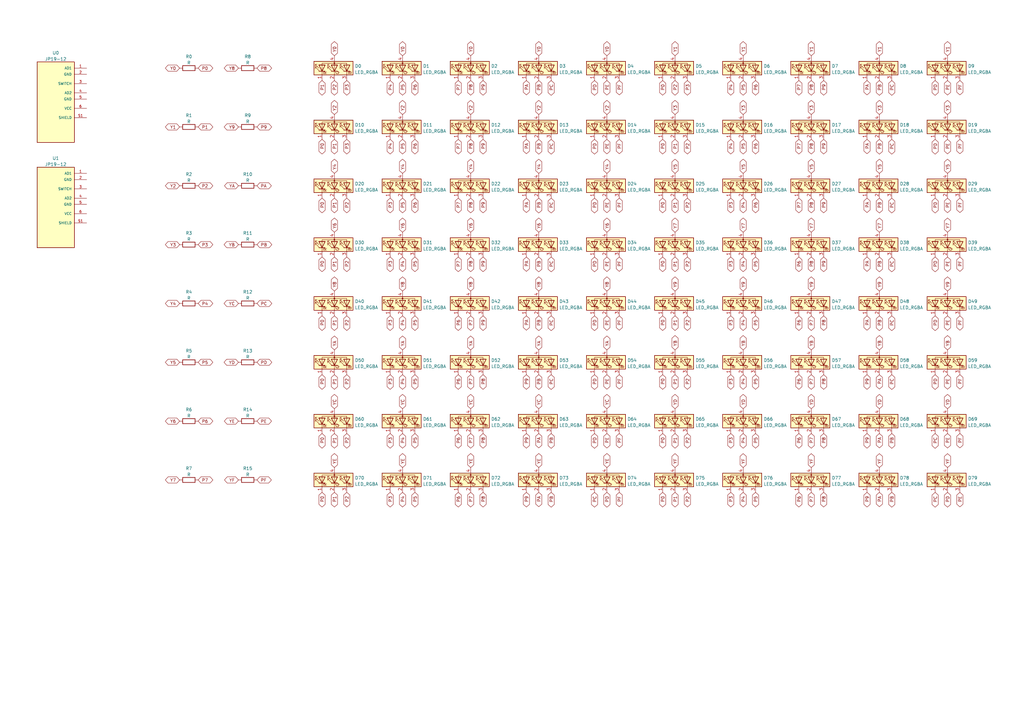
<source format=kicad_sch>
(kicad_sch (version 20211123) (generator eeschema)
  (paper "A3")
  (title_block (title "pico8t") (date "2022-12-26") (rev "A"))
  (global_label "PB" (shape tri_state) (at 365.76 177.8 270) (property "Intersheet References" "${INTERSHEET_REFS}" (effects hide)))
  (global_label "Y9" (shape bidirectional) (at 276.86 119.38 90) (property "Intersheet References" "${INTERSHEET_REFS}" (effects hide)))
  (global_label "PB" (shape tri_state) (at 360.68 105.41 270) (property "Intersheet References" "${INTERSHEET_REFS}" (effects hide)))
  (global_label "P9" (shape tri_state) (at 198.12 81.28 270) (property "Intersheet References" "${INTERSHEET_REFS}" (effects hide)))
  (global_label "PC" (shape tri_state) (at 383.54 177.8 270) (property "Intersheet References" "${INTERSHEET_REFS}" (effects hide)))
  (global_label "P4" (shape bidirectional) (at 81.28 124.46 0) (property "Intersheet References" "${INTERSHEET_REFS}" (effects hide)))
  (global_label "YD" (shape bidirectional) (at 304.8 167.64 90) (property "Intersheet References" "${INTERSHEET_REFS}" (effects hide)))
  (global_label "PF" (shape tri_state) (at 254 153.67 270) (property "Intersheet References" "${INTERSHEET_REFS}" (effects hide)))
  (global_label "PD" (shape tri_state) (at 383.54 81.28 270) (property "Intersheet References" "${INTERSHEET_REFS}" (effects hide)))
  (global_label "P3" (shape tri_state) (at 299.72 81.28 270) (property "Intersheet References" "${INTERSHEET_REFS}" (effects hide)))
  (global_label "P5" (shape tri_state) (at 170.18 153.67 270) (property "Intersheet References" "${INTERSHEET_REFS}" (effects hide)))
  (global_label "P6" (shape tri_state) (at 170.18 33.02 270) (property "Intersheet References" "${INTERSHEET_REFS}" (effects hide)))
  (global_label "P4" (shape tri_state) (at 165.1 177.8 270) (property "Intersheet References" "${INTERSHEET_REFS}" (effects hide)))
  (global_label "PD" (shape tri_state) (at 243.84 105.41 270) (property "Intersheet References" "${INTERSHEET_REFS}" (effects hide)))
  (global_label "P2" (shape tri_state) (at 137.16 33.02 270) (property "Intersheet References" "${INTERSHEET_REFS}" (effects hide)))
  (global_label "PB" (shape tri_state) (at 220.98 129.54 270) (property "Intersheet References" "${INTERSHEET_REFS}" (effects hide)))
  (global_label "PE" (shape tri_state) (at 388.62 153.67 270) (property "Intersheet References" "${INTERSHEET_REFS}" (effects hide)))
  (global_label "P7" (shape tri_state) (at 332.74 201.93 270) (property "Intersheet References" "${INTERSHEET_REFS}" (effects hide)))
  (global_label "P9" (shape tri_state) (at 355.6 153.67 270) (property "Intersheet References" "${INTERSHEET_REFS}" (effects hide)))
  (global_label "PB" (shape tri_state) (at 220.98 81.28 270) (property "Intersheet References" "${INTERSHEET_REFS}" (effects hide)))
  (global_label "Y8" (shape bidirectional) (at 248.92 119.38 90) (property "Intersheet References" "${INTERSHEET_REFS}" (effects hide)))
  (global_label "YD" (shape bidirectional) (at 360.68 167.64 90) (property "Intersheet References" "${INTERSHEET_REFS}" (effects hide)))
  (global_label "P6" (shape tri_state) (at 327.66 177.8 270) (property "Intersheet References" "${INTERSHEET_REFS}" (effects hide)))
  (global_label "PC" (shape tri_state) (at 226.06 153.67 270) (property "Intersheet References" "${INTERSHEET_REFS}" (effects hide)))
  (global_label "PC" (shape tri_state) (at 226.06 81.28 270) (property "Intersheet References" "${INTERSHEET_REFS}" (effects hide)))
  (global_label "P3" (shape tri_state) (at 160.02 201.93 270) (property "Intersheet References" "${INTERSHEET_REFS}" (effects hide)))
  (global_label "PC" (shape tri_state) (at 365.76 129.54 270) (property "Intersheet References" "${INTERSHEET_REFS}" (effects hide)))
  (global_label "P5" (shape tri_state) (at 170.18 201.93 270) (property "Intersheet References" "${INTERSHEET_REFS}" (effects hide)))
  (global_label "P7" (shape bidirectional) (at 81.28 196.85 0) (property "Intersheet References" "${INTERSHEET_REFS}" (effects hide)))
  (global_label "P1" (shape tri_state) (at 137.16 81.28 270) (property "Intersheet References" "${INTERSHEET_REFS}" (effects hide)))
  (global_label "Y7" (shape bidirectional) (at 360.68 95.25 90) (property "Intersheet References" "${INTERSHEET_REFS}" (effects hide)))
  (global_label "PB" (shape tri_state) (at 360.68 81.28 270) (property "Intersheet References" "${INTERSHEET_REFS}" (effects hide)))
  (global_label "PF" (shape tri_state) (at 393.7 177.8 270) (property "Intersheet References" "${INTERSHEET_REFS}" (effects hide)))
  (global_label "Y3" (shape bidirectional) (at 304.8 46.99 90) (property "Intersheet References" "${INTERSHEET_REFS}" (effects hide)))
  (global_label "P5" (shape tri_state) (at 309.88 105.41 270) (property "Intersheet References" "${INTERSHEET_REFS}" (effects hide)))
  (global_label "PF" (shape tri_state) (at 393.7 57.15 270) (property "Intersheet References" "${INTERSHEET_REFS}" (effects hide)))
  (global_label "P9" (shape tri_state) (at 198.12 33.02 270) (property "Intersheet References" "${INTERSHEET_REFS}" (effects hide)))
  (global_label "Y5" (shape bidirectional) (at 304.8 71.12 90) (property "Intersheet References" "${INTERSHEET_REFS}" (effects hide)))
  (global_label "YD" (shape bidirectional) (at 332.74 167.64 90) (property "Intersheet References" "${INTERSHEET_REFS}" (effects hide)))
  (global_label "Y9" (shape bidirectional) (at 360.68 119.38 90) (property "Intersheet References" "${INTERSHEET_REFS}" (effects hide)))
  (global_label "P1" (shape tri_state) (at 132.08 33.02 270) (property "Intersheet References" "${INTERSHEET_REFS}" (effects hide)))
  (global_label "YA" (shape bidirectional) (at 220.98 143.51 90) (property "Intersheet References" "${INTERSHEET_REFS}" (effects hide)))
  (global_label "P9" (shape tri_state) (at 355.6 201.93 270) (property "Intersheet References" "${INTERSHEET_REFS}" (effects hide)))
  (global_label "P6" (shape tri_state) (at 187.96 153.67 270) (property "Intersheet References" "${INTERSHEET_REFS}" (effects hide)))
  (global_label "Y6" (shape bidirectional) (at 165.1 95.25 90) (property "Intersheet References" "${INTERSHEET_REFS}" (effects hide)))
  (global_label "PD" (shape tri_state) (at 383.54 57.15 270) (property "Intersheet References" "${INTERSHEET_REFS}" (effects hide)))
  (global_label "YB" (shape bidirectional) (at 332.74 143.51 90) (property "Intersheet References" "${INTERSHEET_REFS}" (effects hide)))
  (global_label "P7" (shape tri_state) (at 327.66 57.15 270) (property "Intersheet References" "${INTERSHEET_REFS}" (effects hide)))
  (global_label "P2" (shape tri_state) (at 281.94 105.41 270) (property "Intersheet References" "${INTERSHEET_REFS}" (effects hide)))
  (global_label "P1" (shape tri_state) (at 137.16 57.15 270) (property "Intersheet References" "${INTERSHEET_REFS}" (effects hide)))
  (global_label "PD" (shape bidirectional) (at 105.41 148.59 0) (property "Intersheet References" "${INTERSHEET_REFS}" (effects hide)))
  (global_label "P0" (shape tri_state) (at 132.08 153.67 270) (property "Intersheet References" "${INTERSHEET_REFS}" (effects hide)))
  (global_label "Y6" (shape bidirectional) (at 137.16 95.25 90) (property "Intersheet References" "${INTERSHEET_REFS}" (effects hide)))
  (global_label "P5" (shape tri_state) (at 309.88 177.8 270) (property "Intersheet References" "${INTERSHEET_REFS}" (effects hide)))
  (global_label "P4" (shape tri_state) (at 304.8 153.67 270) (property "Intersheet References" "${INTERSHEET_REFS}" (effects hide)))
  (global_label "P5" (shape tri_state) (at 165.1 57.15 270) (property "Intersheet References" "${INTERSHEET_REFS}" (effects hide)))
  (global_label "Y6" (shape bidirectional) (at 248.92 95.25 90) (property "Intersheet References" "${INTERSHEET_REFS}" (effects hide)))
  (global_label "P8" (shape tri_state) (at 193.04 105.41 270) (property "Intersheet References" "${INTERSHEET_REFS}" (effects hide)))
  (global_label "PC" (shape tri_state) (at 365.76 33.02 270) (property "Intersheet References" "${INTERSHEET_REFS}" (effects hide)))
  (global_label "PD" (shape tri_state) (at 383.54 153.67 270) (property "Intersheet References" "${INTERSHEET_REFS}" (effects hide)))
  (global_label "P8" (shape tri_state) (at 337.82 153.67 270) (property "Intersheet References" "${INTERSHEET_REFS}" (effects hide)))
  (global_label "P3" (shape tri_state) (at 142.24 57.15 270) (property "Intersheet References" "${INTERSHEET_REFS}" (effects hide)))
  (global_label "PF" (shape tri_state) (at 393.7 129.54 270) (property "Intersheet References" "${INTERSHEET_REFS}" (effects hide)))
  (global_label "P3" (shape tri_state) (at 160.02 129.54 270) (property "Intersheet References" "${INTERSHEET_REFS}" (effects hide)))
  (global_label "P1" (shape tri_state) (at 276.86 201.93 270) (property "Intersheet References" "${INTERSHEET_REFS}" (effects hide)))
  (global_label "Y5" (shape bidirectional) (at 276.86 71.12 90) (property "Intersheet References" "${INTERSHEET_REFS}" (effects hide)))
  (global_label "P4" (shape tri_state) (at 165.1 129.54 270) (property "Intersheet References" "${INTERSHEET_REFS}" (effects hide)))
  (global_label "Y7" (shape bidirectional) (at 332.74 95.25 90) (property "Intersheet References" "${INTERSHEET_REFS}" (effects hide)))
  (global_label "P0" (shape tri_state) (at 271.78 81.28 270) (property "Intersheet References" "${INTERSHEET_REFS}" (effects hide)))
  (global_label "PA" (shape tri_state) (at 215.9 129.54 270) (property "Intersheet References" "${INTERSHEET_REFS}" (effects hide)))
  (global_label "YE" (shape bidirectional) (at 248.92 191.77 90) (property "Intersheet References" "${INTERSHEET_REFS}" (effects hide)))
  (global_label "YB" (shape bidirectional) (at 388.62 143.51 90) (property "Intersheet References" "${INTERSHEET_REFS}" (effects hide)))
  (global_label "P7" (shape tri_state) (at 332.74 129.54 270) (property "Intersheet References" "${INTERSHEET_REFS}" (effects hide)))
  (global_label "P1" (shape bidirectional) (at 81.28 52.07 0) (property "Intersheet References" "${INTERSHEET_REFS}" (effects hide)))
  (global_label "Y8" (shape bidirectional) (at 220.98 119.38 90) (property "Intersheet References" "${INTERSHEET_REFS}" (effects hide)))
  (global_label "PB" (shape bidirectional) (at 105.41 100.33 0) (property "Intersheet References" "${INTERSHEET_REFS}" (effects hide)))
  (global_label "P2" (shape tri_state) (at 281.94 129.54 270) (property "Intersheet References" "${INTERSHEET_REFS}" (effects hide)))
  (global_label "PB" (shape tri_state) (at 220.98 33.02 270) (property "Intersheet References" "${INTERSHEET_REFS}" (effects hide)))
  (global_label "P9" (shape tri_state) (at 337.82 57.15 270) (property "Intersheet References" "${INTERSHEET_REFS}" (effects hide)))
  (global_label "Y9" (shape bidirectional) (at 304.8 119.38 90) (property "Intersheet References" "${INTERSHEET_REFS}" (effects hide)))
  (global_label "PD" (shape tri_state) (at 243.84 129.54 270) (property "Intersheet References" "${INTERSHEET_REFS}" (effects hide)))
  (global_label "PC" (shape tri_state) (at 226.06 105.41 270) (property "Intersheet References" "${INTERSHEET_REFS}" (effects hide)))
  (global_label "PE" (shape tri_state) (at 393.7 201.93 270) (property "Intersheet References" "${INTERSHEET_REFS}" (effects hide)))
  (global_label "PA" (shape tri_state) (at 215.9 105.41 270) (property "Intersheet References" "${INTERSHEET_REFS}" (effects hide)))
  (global_label "P5" (shape tri_state) (at 170.18 177.8 270) (property "Intersheet References" "${INTERSHEET_REFS}" (effects hide)))
  (global_label "P8" (shape tri_state) (at 198.12 153.67 270) (property "Intersheet References" "${INTERSHEET_REFS}" (effects hide)))
  (global_label "PA" (shape tri_state) (at 220.98 201.93 270) (property "Intersheet References" "${INTERSHEET_REFS}" (effects hide)))
  (global_label "PA" (shape bidirectional) (at 105.41 76.2 0) (property "Intersheet References" "${INTERSHEET_REFS}" (effects hide)))
  (global_label "P1" (shape tri_state) (at 137.16 105.41 270) (property "Intersheet References" "${INTERSHEET_REFS}" (effects hide)))
  (global_label "P8" (shape tri_state) (at 193.04 81.28 270) (property "Intersheet References" "${INTERSHEET_REFS}" (effects hide)))
  (global_label "PE" (shape bidirectional) (at 105.41 172.72 0) (property "Intersheet References" "${INTERSHEET_REFS}" (effects hide)))
  (global_label "P7" (shape tri_state) (at 187.96 105.41 270) (property "Intersheet References" "${INTERSHEET_REFS}" (effects hide)))
  (global_label "Y3" (shape bidirectional) (at 276.86 46.99 90) (property "Intersheet References" "${INTERSHEET_REFS}" (effects hide)))
  (global_label "P6" (shape tri_state) (at 327.66 105.41 270) (property "Intersheet References" "${INTERSHEET_REFS}" (effects hide)))
  (global_label "P8" (shape tri_state) (at 198.12 177.8 270) (property "Intersheet References" "${INTERSHEET_REFS}" (effects hide)))
  (global_label "PF" (shape bidirectional) (at 105.41 196.85 0) (property "Intersheet References" "${INTERSHEET_REFS}" (effects hide)))
  (global_label "P9" (shape tri_state) (at 198.12 105.41 270) (property "Intersheet References" "${INTERSHEET_REFS}" (effects hide)))
  (global_label "P5" (shape tri_state) (at 304.8 57.15 270) (property "Intersheet References" "${INTERSHEET_REFS}" (effects hide)))
  (global_label "P3" (shape bidirectional) (at 81.28 100.33 0) (property "Intersheet References" "${INTERSHEET_REFS}" (effects hide)))
  (global_label "Y8" (shape bidirectional) (at 137.16 119.38 90) (property "Intersheet References" "${INTERSHEET_REFS}" (effects hide)))
  (global_label "Y0" (shape bidirectional) (at 220.98 22.86 90) (property "Intersheet References" "${INTERSHEET_REFS}" (effects hide)))
  (global_label "P4" (shape tri_state) (at 304.8 81.28 270) (property "Intersheet References" "${INTERSHEET_REFS}" (effects hide)))
  (global_label "PE" (shape tri_state) (at 248.92 81.28 270) (property "Intersheet References" "${INTERSHEET_REFS}" (effects hide)))
  (global_label "P4" (shape tri_state) (at 299.72 57.15 270) (property "Intersheet References" "${INTERSHEET_REFS}" (effects hide)))
  (global_label "YC" (shape bidirectional) (at 137.16 167.64 90) (property "Intersheet References" "${INTERSHEET_REFS}" (effects hide)))
  (global_label "PA" (shape tri_state) (at 220.98 177.8 270) (property "Intersheet References" "${INTERSHEET_REFS}" (effects hide)))
  (global_label "PB" (shape tri_state) (at 360.68 129.54 270) (property "Intersheet References" "${INTERSHEET_REFS}" (effects hide)))
  (global_label "P6" (shape tri_state) (at 327.66 201.93 270) (property "Intersheet References" "${INTERSHEET_REFS}" (effects hide)))
  (global_label "P0" (shape tri_state) (at 132.08 57.15 270) (property "Intersheet References" "${INTERSHEET_REFS}" (effects hide)))
  (global_label "P9" (shape tri_state) (at 337.82 33.02 270) (property "Intersheet References" "${INTERSHEET_REFS}" (effects hide)))
  (global_label "YF" (shape bidirectional) (at 360.68 191.77 90) (property "Intersheet References" "${INTERSHEET_REFS}" (effects hide)))
  (global_label "YE" (shape bidirectional) (at 137.16 191.77 90) (property "Intersheet References" "${INTERSHEET_REFS}" (effects hide)))
  (global_label "YC" (shape bidirectional) (at 193.04 167.64 90) (property "Intersheet References" "${INTERSHEET_REFS}" (effects hide)))
  (global_label "Y8" (shape bidirectional) (at 97.79 27.94 180) (property "Intersheet References" "${INTERSHEET_REFS}" (effects hide)))
  (global_label "PD" (shape tri_state) (at 243.84 177.8 270) (property "Intersheet References" "${INTERSHEET_REFS}" (effects hide)))
  (global_label "P4" (shape tri_state) (at 165.1 105.41 270) (property "Intersheet References" "${INTERSHEET_REFS}" (effects hide)))
  (global_label "YA" (shape bidirectional) (at 137.16 143.51 90) (property "Intersheet References" "${INTERSHEET_REFS}" (effects hide)))
  (global_label "P1" (shape tri_state) (at 276.86 129.54 270) (property "Intersheet References" "${INTERSHEET_REFS}" (effects hide)))
  (global_label "Y5" (shape bidirectional) (at 73.66 148.59 180) (property "Intersheet References" "${INTERSHEET_REFS}" (effects hide)))
  (global_label "P2" (shape tri_state) (at 142.24 105.41 270) (property "Intersheet References" "${INTERSHEET_REFS}" (effects hide)))
  (global_label "P8" (shape tri_state) (at 332.74 81.28 270) (property "Intersheet References" "${INTERSHEET_REFS}" (effects hide)))
  (global_label "P0" (shape tri_state) (at 271.78 129.54 270) (property "Intersheet References" "${INTERSHEET_REFS}" (effects hide)))
  (global_label "YA" (shape bidirectional) (at 165.1 143.51 90) (property "Intersheet References" "${INTERSHEET_REFS}" (effects hide)))
  (global_label "P3" (shape tri_state) (at 299.72 129.54 270) (property "Intersheet References" "${INTERSHEET_REFS}" (effects hide)))
  (global_label "P2" (shape tri_state) (at 142.24 177.8 270) (property "Intersheet References" "${INTERSHEET_REFS}" (effects hide)))
  (global_label "PE" (shape tri_state) (at 388.62 33.02 270) (property "Intersheet References" "${INTERSHEET_REFS}" (effects hide)))
  (global_label "P9" (shape tri_state) (at 337.82 81.28 270) (property "Intersheet References" "${INTERSHEET_REFS}" (effects hide)))
  (global_label "PA" (shape tri_state) (at 355.6 129.54 270) (property "Intersheet References" "${INTERSHEET_REFS}" (effects hide)))
  (global_label "P5" (shape tri_state) (at 309.88 153.67 270) (property "Intersheet References" "${INTERSHEET_REFS}" (effects hide)))
  (global_label "P7" (shape tri_state) (at 193.04 201.93 270) (property "Intersheet References" "${INTERSHEET_REFS}" (effects hide)))
  (global_label "PE" (shape tri_state) (at 388.62 81.28 270) (property "Intersheet References" "${INTERSHEET_REFS}" (effects hide)))
  (global_label "PD" (shape tri_state) (at 248.92 201.93 270) (property "Intersheet References" "${INTERSHEET_REFS}" (effects hide)))
  (global_label "PA" (shape tri_state) (at 215.9 33.02 270) (property "Intersheet References" "${INTERSHEET_REFS}" (effects hide)))
  (global_label "P6" (shape tri_state) (at 187.96 129.54 270) (property "Intersheet References" "${INTERSHEET_REFS}" (effects hide)))
  (global_label "P4" (shape tri_state) (at 165.1 153.67 270) (property "Intersheet References" "${INTERSHEET_REFS}" (effects hide)))
  (global_label "P9" (shape tri_state) (at 215.9 201.93 270) (property "Intersheet References" "${INTERSHEET_REFS}" (effects hide)))
  (global_label "P7" (shape tri_state) (at 327.66 33.02 270) (property "Intersheet References" "${INTERSHEET_REFS}" (effects hide)))
  (global_label "YF" (shape bidirectional) (at 276.86 191.77 90) (property "Intersheet References" "${INTERSHEET_REFS}" (effects hide)))
  (global_label "Y4" (shape bidirectional) (at 73.66 124.46 180) (property "Intersheet References" "${INTERSHEET_REFS}" (effects hide)))
  (global_label "P8" (shape tri_state) (at 332.74 57.15 270) (property "Intersheet References" "${INTERSHEET_REFS}" (effects hide)))
  (global_label "P7" (shape tri_state) (at 327.66 81.28 270) (property "Intersheet References" "${INTERSHEET_REFS}" (effects hide)))
  (global_label "P1" (shape tri_state) (at 137.16 177.8 270) (property "Intersheet References" "${INTERSHEET_REFS}" (effects hide)))
  (global_label "P1" (shape tri_state) (at 276.86 81.28 270) (property "Intersheet References" "${INTERSHEET_REFS}" (effects hide)))
  (global_label "PE" (shape tri_state) (at 388.62 57.15 270) (property "Intersheet References" "${INTERSHEET_REFS}" (effects hide)))
  (global_label "PA" (shape tri_state) (at 355.6 105.41 270) (property "Intersheet References" "${INTERSHEET_REFS}" (effects hide)))
  (global_label "P5" (shape tri_state) (at 170.18 129.54 270) (property "Intersheet References" "${INTERSHEET_REFS}" (effects hide)))
  (global_label "P4" (shape tri_state) (at 299.72 33.02 270) (property "Intersheet References" "${INTERSHEET_REFS}" (effects hide)))
  (global_label "Y7" (shape bidirectional) (at 73.66 196.85 180) (property "Intersheet References" "${INTERSHEET_REFS}" (effects hide)))
  (global_label "YE" (shape bidirectional) (at 220.98 191.77 90) (property "Intersheet References" "${INTERSHEET_REFS}" (effects hide)))
  (global_label "P8" (shape tri_state) (at 193.04 33.02 270) (property "Intersheet References" "${INTERSHEET_REFS}" (effects hide)))
  (global_label "P3" (shape tri_state) (at 299.72 201.93 270) (property "Intersheet References" "${INTERSHEET_REFS}" (effects hide)))
  (global_label "PA" (shape tri_state) (at 360.68 201.93 270) (property "Intersheet References" "${INTERSHEET_REFS}" (effects hide)))
  (global_label "Y9" (shape bidirectional) (at 97.79 52.07 180) (property "Intersheet References" "${INTERSHEET_REFS}" (effects hide)))
  (global_label "Y5" (shape bidirectional) (at 360.68 71.12 90) (property "Intersheet References" "${INTERSHEET_REFS}" (effects hide)))
  (global_label "YE" (shape bidirectional) (at 165.1 191.77 90) (property "Intersheet References" "${INTERSHEET_REFS}" (effects hide)))
  (global_label "Y0" (shape bidirectional) (at 165.1 22.86 90) (property "Intersheet References" "${INTERSHEET_REFS}" (effects hide)))
  (global_label "P7" (shape tri_state) (at 187.96 33.02 270) (property "Intersheet References" "${INTERSHEET_REFS}" (effects hide)))
  (global_label "P8" (shape tri_state) (at 193.04 57.15 270) (property "Intersheet References" "${INTERSHEET_REFS}" (effects hide)))
  (global_label "PD" (shape tri_state) (at 243.84 33.02 270) (property "Intersheet References" "${INTERSHEET_REFS}" (effects hide)))
  (global_label "PB" (shape tri_state) (at 220.98 105.41 270) (property "Intersheet References" "${INTERSHEET_REFS}" (effects hide)))
  (global_label "PC" (shape tri_state) (at 226.06 33.02 270) (property "Intersheet References" "${INTERSHEET_REFS}" (effects hide)))
  (global_label "Y4" (shape bidirectional) (at 248.92 71.12 90) (property "Intersheet References" "${INTERSHEET_REFS}" (effects hide)))
  (global_label "P0" (shape tri_state) (at 132.08 129.54 270) (property "Intersheet References" "${INTERSHEET_REFS}" (effects hide)))
  (global_label "PC" (shape tri_state) (at 383.54 201.93 270) (property "Intersheet References" "${INTERSHEET_REFS}" (effects hide)))
  (global_label "Y2" (shape bidirectional) (at 220.98 46.99 90) (property "Intersheet References" "${INTERSHEET_REFS}" (effects hide)))
  (global_label "P2" (shape tri_state) (at 142.24 129.54 270) (property "Intersheet References" "${INTERSHEET_REFS}" (effects hide)))
  (global_label "Y1" (shape bidirectional) (at 276.86 22.86 90) (property "Intersheet References" "${INTERSHEET_REFS}" (effects hide)))
  (global_label "PB" (shape tri_state) (at 360.68 57.15 270) (property "Intersheet References" "${INTERSHEET_REFS}" (effects hide)))
  (global_label "PD" (shape tri_state) (at 383.54 33.02 270) (property "Intersheet References" "${INTERSHEET_REFS}" (effects hide)))
  (global_label "P2" (shape tri_state) (at 142.24 153.67 270) (property "Intersheet References" "${INTERSHEET_REFS}" (effects hide)))
  (global_label "P4" (shape tri_state) (at 165.1 201.93 270) (property "Intersheet References" "${INTERSHEET_REFS}" (effects hide)))
  (global_label "P5" (shape tri_state) (at 309.88 201.93 270) (property "Intersheet References" "${INTERSHEET_REFS}" (effects hide)))
  (global_label "PA" (shape tri_state) (at 215.9 81.28 270) (property "Intersheet References" "${INTERSHEET_REFS}" (effects hide)))
  (global_label "P5" (shape tri_state) (at 170.18 105.41 270) (property "Intersheet References" "${INTERSHEET_REFS}" (effects hide)))
  (global_label "PA" (shape tri_state) (at 215.9 57.15 270) (property "Intersheet References" "${INTERSHEET_REFS}" (effects hide)))
  (global_label "YF" (shape bidirectional) (at 388.62 191.77 90) (property "Intersheet References" "${INTERSHEET_REFS}" (effects hide)))
  (global_label "PD" (shape tri_state) (at 243.84 57.15 270) (property "Intersheet References" "${INTERSHEET_REFS}" (effects hide)))
  (global_label "Y8" (shape bidirectional) (at 165.1 119.38 90) (property "Intersheet References" "${INTERSHEET_REFS}" (effects hide)))
  (global_label "PF" (shape tri_state) (at 254 105.41 270) (property "Intersheet References" "${INTERSHEET_REFS}" (effects hide)))
  (global_label "P2" (shape tri_state) (at 281.94 177.8 270) (property "Intersheet References" "${INTERSHEET_REFS}" (effects hide)))
  (global_label "PF" (shape tri_state) (at 254 177.8 270) (property "Intersheet References" "${INTERSHEET_REFS}" (effects hide)))
  (global_label "Y7" (shape bidirectional) (at 276.86 95.25 90) (property "Intersheet References" "${INTERSHEET_REFS}" (effects hide)))
  (global_label "PC" (shape tri_state) (at 243.84 201.93 270) (property "Intersheet References" "${INTERSHEET_REFS}" (effects hide)))
  (global_label "P2" (shape tri_state) (at 281.94 153.67 270) (property "Intersheet References" "${INTERSHEET_REFS}" (effects hide)))
  (global_label "PE" (shape tri_state) (at 248.92 177.8 270) (property "Intersheet References" "${INTERSHEET_REFS}" (effects hide)))
  (global_label "YC" (shape bidirectional) (at 97.79 124.46 180) (property "Intersheet References" "${INTERSHEET_REFS}" (effects hide)))
  (global_label "P8" (shape tri_state) (at 337.82 201.93 270) (property "Intersheet References" "${INTERSHEET_REFS}" (effects hide)))
  (global_label "PD" (shape tri_state) (at 383.54 105.41 270) (property "Intersheet References" "${INTERSHEET_REFS}" (effects hide)))
  (global_label "P7" (shape tri_state) (at 332.74 153.67 270) (property "Intersheet References" "${INTERSHEET_REFS}" (effects hide)))
  (global_label "PB" (shape tri_state) (at 220.98 57.15 270) (property "Intersheet References" "${INTERSHEET_REFS}" (effects hide)))
  (global_label "P1" (shape tri_state) (at 276.86 105.41 270) (property "Intersheet References" "${INTERSHEET_REFS}" (effects hide)))
  (global_label "P9" (shape bidirectional) (at 105.41 52.07 0) (property "Intersheet References" "${INTERSHEET_REFS}" (effects hide)))
  (global_label "YA" (shape bidirectional) (at 97.79 76.2 180) (property "Intersheet References" "${INTERSHEET_REFS}" (effects hide)))
  (global_label "P2" (shape tri_state) (at 276.86 33.02 270) (property "Intersheet References" "${INTERSHEET_REFS}" (effects hide)))
  (global_label "P0" (shape tri_state) (at 271.78 177.8 270) (property "Intersheet References" "${INTERSHEET_REFS}" (effects hide)))
  (global_label "P5" (shape tri_state) (at 165.1 33.02 270) (property "Intersheet References" "${INTERSHEET_REFS}" (effects hide)))
  (global_label "PE" (shape tri_state) (at 388.62 105.41 270) (property "Intersheet References" "${INTERSHEET_REFS}" (effects hide)))
  (global_label "P0" (shape tri_state) (at 271.78 201.93 270) (property "Intersheet References" "${INTERSHEET_REFS}" (effects hide)))
  (global_label "PF" (shape tri_state) (at 254 201.93 270) (property "Intersheet References" "${INTERSHEET_REFS}" (effects hide)))
  (global_label "Y0" (shape bidirectional) (at 137.16 22.86 90) (property "Intersheet References" "${INTERSHEET_REFS}" (effects hide)))
  (global_label "Y7" (shape bidirectional) (at 304.8 95.25 90) (property "Intersheet References" "${INTERSHEET_REFS}" (effects hide)))
  (global_label "PE" (shape tri_state) (at 248.92 105.41 270) (property "Intersheet References" "${INTERSHEET_REFS}" (effects hide)))
  (global_label "P3" (shape tri_state) (at 142.24 33.02 270) (property "Intersheet References" "${INTERSHEET_REFS}" (effects hide)))
  (global_label "P2" (shape bidirectional) (at 81.28 76.2 0) (property "Intersheet References" "${INTERSHEET_REFS}" (effects hide)))
  (global_label "PD" (shape tri_state) (at 383.54 129.54 270) (property "Intersheet References" "${INTERSHEET_REFS}" (effects hide)))
  (global_label "PA" (shape tri_state) (at 360.68 177.8 270) (property "Intersheet References" "${INTERSHEET_REFS}" (effects hide)))
  (global_label "P5" (shape bidirectional) (at 81.28 148.59 0) (property "Intersheet References" "${INTERSHEET_REFS}" (effects hide)))
  (global_label "PF" (shape tri_state) (at 254 129.54 270) (property "Intersheet References" "${INTERSHEET_REFS}" (effects hide)))
  (global_label "P0" (shape tri_state) (at 271.78 105.41 270) (property "Intersheet References" "${INTERSHEET_REFS}" (effects hide)))
  (global_label "Y6" (shape bidirectional) (at 193.04 95.25 90) (property "Intersheet References" "${INTERSHEET_REFS}" (effects hide)))
  (global_label "PF" (shape tri_state) (at 254 33.02 270) (property "Intersheet References" "${INTERSHEET_REFS}" (effects hide)))
  (global_label "Y2" (shape bidirectional) (at 137.16 46.99 90) (property "Intersheet References" "${INTERSHEET_REFS}" (effects hide)))
  (global_label "PC" (shape tri_state) (at 365.76 105.41 270) (property "Intersheet References" "${INTERSHEET_REFS}" (effects hide)))
  (global_label "P8" (shape tri_state) (at 337.82 177.8 270) (property "Intersheet References" "${INTERSHEET_REFS}" (effects hide)))
  (global_label "P7" (shape tri_state) (at 187.96 81.28 270) (property "Intersheet References" "${INTERSHEET_REFS}" (effects hide)))
  (global_label "P7" (shape tri_state) (at 193.04 177.8 270) (property "Intersheet References" "${INTERSHEET_REFS}" (effects hide)))
  (global_label "PF" (shape tri_state) (at 254 81.28 270) (property "Intersheet References" "${INTERSHEET_REFS}" (effects hide)))
  (global_label "Y1" (shape bidirectional) (at 388.62 22.86 90) (property "Intersheet References" "${INTERSHEET_REFS}" (effects hide)))
  (global_label "PE" (shape tri_state) (at 248.92 153.67 270) (property "Intersheet References" "${INTERSHEET_REFS}" (effects hide)))
  (global_label "PF" (shape tri_state) (at 393.7 105.41 270) (property "Intersheet References" "${INTERSHEET_REFS}" (effects hide)))
  (global_label "P0" (shape tri_state) (at 132.08 201.93 270) (property "Intersheet References" "${INTERSHEET_REFS}" (effects hide)))
  (global_label "P3" (shape tri_state) (at 299.72 105.41 270) (property "Intersheet References" "${INTERSHEET_REFS}" (effects hide)))
  (global_label "YB" (shape bidirectional) (at 276.86 143.51 90) (property "Intersheet References" "${INTERSHEET_REFS}" (effects hide)))
  (global_label "PD" (shape tri_state) (at 388.62 201.93 270) (property "Intersheet References" "${INTERSHEET_REFS}" (effects hide)))
  (global_label "P9" (shape tri_state) (at 198.12 57.15 270) (property "Intersheet References" "${INTERSHEET_REFS}" (effects hide)))
  (global_label "PF" (shape tri_state) (at 393.7 153.67 270) (property "Intersheet References" "${INTERSHEET_REFS}" (effects hide)))
  (global_label "P4" (shape tri_state) (at 304.8 105.41 270) (property "Intersheet References" "${INTERSHEET_REFS}" (effects hide)))
  (global_label "P3" (shape tri_state) (at 299.72 177.8 270) (property "Intersheet References" "${INTERSHEET_REFS}" (effects hide)))
  (global_label "P8" (shape tri_state) (at 198.12 201.93 270) (property "Intersheet References" "${INTERSHEET_REFS}" (effects hide)))
  (global_label "P1" (shape tri_state) (at 137.16 201.93 270) (property "Intersheet References" "${INTERSHEET_REFS}" (effects hide)))
  (global_label "P4" (shape tri_state) (at 304.8 129.54 270) (property "Intersheet References" "${INTERSHEET_REFS}" (effects hide)))
  (global_label "P3" (shape tri_state) (at 160.02 105.41 270) (property "Intersheet References" "${INTERSHEET_REFS}" (effects hide)))
  (global_label "P2" (shape tri_state) (at 142.24 81.28 270) (property "Intersheet References" "${INTERSHEET_REFS}" (effects hide)))
  (global_label "P6" (shape tri_state) (at 309.88 33.02 270) (property "Intersheet References" "${INTERSHEET_REFS}" (effects hide)))
  (global_label "PF" (shape tri_state) (at 254 57.15 270) (property "Intersheet References" "${INTERSHEET_REFS}" (effects hide)))
  (global_label "P7" (shape tri_state) (at 193.04 153.67 270) (property "Intersheet References" "${INTERSHEET_REFS}" (effects hide)))
  (global_label "PC" (shape tri_state) (at 365.76 81.28 270) (property "Intersheet References" "${INTERSHEET_REFS}" (effects hide)))
  (global_label "Y1" (shape bidirectional) (at 304.8 22.86 90) (property "Intersheet References" "${INTERSHEET_REFS}" (effects hide)))
  (global_label "P4" (shape tri_state) (at 304.8 201.93 270) (property "Intersheet References" "${INTERSHEET_REFS}" (effects hide)))
  (global_label "P8" (shape tri_state) (at 337.82 129.54 270) (property "Intersheet References" "${INTERSHEET_REFS}" (effects hide)))
  (global_label "YD" (shape bidirectional) (at 388.62 167.64 90) (property "Intersheet References" "${INTERSHEET_REFS}" (effects hide)))
  (global_label "P3" (shape tri_state) (at 160.02 153.67 270) (property "Intersheet References" "${INTERSHEET_REFS}" (effects hide)))
  (global_label "P0" (shape bidirectional) (at 81.28 27.94 0) (property "Intersheet References" "${INTERSHEET_REFS}" (effects hide)))
  (global_label "YE" (shape bidirectional) (at 97.79 172.72 180) (property "Intersheet References" "${INTERSHEET_REFS}" (effects hide)))
  (global_label "Y4" (shape bidirectional) (at 165.1 71.12 90) (property "Intersheet References" "${INTERSHEET_REFS}" (effects hide)))
  (global_label "PE" (shape tri_state) (at 248.92 57.15 270) (property "Intersheet References" "${INTERSHEET_REFS}" (effects hide)))
  (global_label "Y2" (shape bidirectional) (at 165.1 46.99 90) (property "Intersheet References" "${INTERSHEET_REFS}" (effects hide)))
  (global_label "PA" (shape tri_state) (at 360.68 153.67 270) (property "Intersheet References" "${INTERSHEET_REFS}" (effects hide)))
  (global_label "Y6" (shape bidirectional) (at 73.66 172.72 180) (property "Intersheet References" "${INTERSHEET_REFS}" (effects hide)))
  (global_label "YF" (shape bidirectional) (at 332.74 191.77 90) (property "Intersheet References" "${INTERSHEET_REFS}" (effects hide)))
  (global_label "Y5" (shape bidirectional) (at 332.74 71.12 90) (property "Intersheet References" "${INTERSHEET_REFS}" (effects hide)))
  (global_label "P7" (shape tri_state) (at 193.04 129.54 270) (property "Intersheet References" "${INTERSHEET_REFS}" (effects hide)))
  (global_label "P3" (shape tri_state) (at 160.02 81.28 270) (property "Intersheet References" "${INTERSHEET_REFS}" (effects hide)))
  (global_label "PE" (shape tri_state) (at 248.92 33.02 270) (property "Intersheet References" "${INTERSHEET_REFS}" (effects hide)))
  (global_label "P1" (shape tri_state) (at 137.16 153.67 270) (property "Intersheet References" "${INTERSHEET_REFS}" (effects hide)))
  (global_label "PA" (shape tri_state) (at 355.6 33.02 270) (property "Intersheet References" "${INTERSHEET_REFS}" (effects hide)))
  (global_label "Y2" (shape bidirectional) (at 73.66 76.2 180) (property "Intersheet References" "${INTERSHEET_REFS}" (effects hide)))
  (global_label "P2" (shape tri_state) (at 281.94 201.93 270) (property "Intersheet References" "${INTERSHEET_REFS}" (effects hide)))
  (global_label "P2" (shape tri_state) (at 281.94 57.15 270) (property "Intersheet References" "${INTERSHEET_REFS}" (effects hide)))
  (global_label "P9" (shape tri_state) (at 215.9 177.8 270) (property "Intersheet References" "${INTERSHEET_REFS}" (effects hide)))
  (global_label "P6" (shape tri_state) (at 309.88 57.15 270) (property "Intersheet References" "${INTERSHEET_REFS}" (effects hide)))
  (global_label "P3" (shape tri_state) (at 281.94 33.02 270) (property "Intersheet References" "${INTERSHEET_REFS}" (effects hide)))
  (global_label "Y0" (shape bidirectional) (at 193.04 22.86 90) (property "Intersheet References" "${INTERSHEET_REFS}" (effects hide)))
  (global_label "P5" (shape tri_state) (at 304.8 33.02 270) (property "Intersheet References" "${INTERSHEET_REFS}" (effects hide)))
  (global_label "P3" (shape tri_state) (at 160.02 177.8 270) (property "Intersheet References" "${INTERSHEET_REFS}" (effects hide)))
  (global_label "PE" (shape tri_state) (at 248.92 129.54 270) (property "Intersheet References" "${INTERSHEET_REFS}" (effects hide)))
  (global_label "P2" (shape tri_state) (at 281.94 81.28 270) (property "Intersheet References" "${INTERSHEET_REFS}" (effects hide)))
  (global_label "YB" (shape bidirectional) (at 97.79 100.33 180) (property "Intersheet References" "${INTERSHEET_REFS}" (effects hide)))
  (global_label "Y6" (shape bidirectional) (at 220.98 95.25 90) (property "Intersheet References" "${INTERSHEET_REFS}" (effects hide)))
  (global_label "Y4" (shape bidirectional) (at 193.04 71.12 90) (property "Intersheet References" "${INTERSHEET_REFS}" (effects hide)))
  (global_label "P4" (shape tri_state) (at 160.02 33.02 270) (property "Intersheet References" "${INTERSHEET_REFS}" (effects hide)))
  (global_label "P0" (shape tri_state) (at 132.08 81.28 270) (property "Intersheet References" "${INTERSHEET_REFS}" (effects hide)))
  (global_label "P6" (shape tri_state) (at 170.18 57.15 270) (property "Intersheet References" "${INTERSHEET_REFS}" (effects hide)))
  (global_label "Y2" (shape bidirectional) (at 193.04 46.99 90) (property "Intersheet References" "${INTERSHEET_REFS}" (effects hide)))
  (global_label "PC" (shape tri_state) (at 365.76 57.15 270) (property "Intersheet References" "${INTERSHEET_REFS}" (effects hide)))
  (global_label "P7" (shape tri_state) (at 187.96 57.15 270) (property "Intersheet References" "${INTERSHEET_REFS}" (effects hide)))
  (global_label "P4" (shape tri_state) (at 304.8 177.8 270) (property "Intersheet References" "${INTERSHEET_REFS}" (effects hide)))
  (global_label "PB" (shape tri_state) (at 360.68 33.02 270) (property "Intersheet References" "${INTERSHEET_REFS}" (effects hide)))
  (global_label "P0" (shape tri_state) (at 271.78 57.15 270) (property "Intersheet References" "${INTERSHEET_REFS}" (effects hide)))
  (global_label "P6" (shape tri_state) (at 327.66 129.54 270) (property "Intersheet References" "${INTERSHEET_REFS}" (effects hide)))
  (global_label "P9" (shape tri_state) (at 355.6 177.8 270) (property "Intersheet References" "${INTERSHEET_REFS}" (effects hide)))
  (global_label "YD" (shape bidirectional) (at 276.86 167.64 90) (property "Intersheet References" "${INTERSHEET_REFS}" (effects hide)))
  (global_label "P6" (shape bidirectional) (at 81.28 172.72 0) (property "Intersheet References" "${INTERSHEET_REFS}" (effects hide)))
  (global_label "YD" (shape bidirectional) (at 97.79 148.59 180) (property "Intersheet References" "${INTERSHEET_REFS}" (effects hide)))
  (global_label "Y5" (shape bidirectional) (at 388.62 71.12 90) (property "Intersheet References" "${INTERSHEET_REFS}" (effects hide)))
  (global_label "YF" (shape bidirectional) (at 304.8 191.77 90) (property "Intersheet References" "${INTERSHEET_REFS}" (effects hide)))
  (global_label "P5" (shape tri_state) (at 165.1 81.28 270) (property "Intersheet References" "${INTERSHEET_REFS}" (effects hide)))
  (global_label "PF" (shape tri_state) (at 393.7 81.28 270) (property "Intersheet References" "${INTERSHEET_REFS}" (effects hide)))
  (global_label "PB" (shape tri_state) (at 226.06 201.93 270) (property "Intersheet References" "${INTERSHEET_REFS}" (effects hide)))
  (global_label "PB" (shape tri_state) (at 220.98 153.67 270) (property "Intersheet References" "${INTERSHEET_REFS}" (effects hide)))
  (global_label "YF" (shape bidirectional) (at 97.79 196.85 180) (property "Intersheet References" "${INTERSHEET_REFS}" (effects hide)))
  (global_label "Y3" (shape bidirectional) (at 73.66 100.33 180) (property "Intersheet References" "${INTERSHEET_REFS}" (effects hide)))
  (global_label "P1" (shape tri_state) (at 276.86 177.8 270) (property "Intersheet References" "${INTERSHEET_REFS}" (effects hide)))
  (global_label "YE" (shape bidirectional) (at 193.04 191.77 90) (property "Intersheet References" "${INTERSHEET_REFS}" (effects hide)))
  (global_label "PC" (shape tri_state) (at 226.06 57.15 270) (property "Intersheet References" "${INTERSHEET_REFS}" (effects hide)))
  (global_label "Y4" (shape bidirectional) (at 220.98 71.12 90) (property "Intersheet References" "${INTERSHEET_REFS}" (effects hide)))
  (global_label "YB" (shape bidirectional) (at 304.8 143.51 90) (property "Intersheet References" "${INTERSHEET_REFS}" (effects hide)))
  (global_label "YC" (shape bidirectional) (at 220.98 167.64 90) (property "Intersheet References" "${INTERSHEET_REFS}" (effects hide)))
  (global_label "PC" (shape tri_state) (at 365.76 153.67 270) (property "Intersheet References" "${INTERSHEET_REFS}" (effects hide)))
  (global_label "YA" (shape bidirectional) (at 248.92 143.51 90) (property "Intersheet References" "${INTERSHEET_REFS}" (effects hide)))
  (global_label "P3" (shape tri_state) (at 299.72 153.67 270) (property "Intersheet References" "${INTERSHEET_REFS}" (effects hide)))
  (global_label "P6" (shape tri_state) (at 327.66 153.67 270) (property "Intersheet References" "${INTERSHEET_REFS}" (effects hide)))
  (global_label "Y9" (shape bidirectional) (at 388.62 119.38 90) (property "Intersheet References" "${INTERSHEET_REFS}" (effects hide)))
  (global_label "P1" (shape tri_state) (at 276.86 57.15 270) (property "Intersheet References" "${INTERSHEET_REFS}" (effects hide)))
  (global_label "PE" (shape tri_state) (at 388.62 129.54 270) (property "Intersheet References" "${INTERSHEET_REFS}" (effects hide)))
  (global_label "P4" (shape tri_state) (at 160.02 57.15 270) (property "Intersheet References" "${INTERSHEET_REFS}" (effects hide)))
  (global_label "Y3" (shape bidirectional) (at 388.62 46.99 90) (property "Intersheet References" "${INTERSHEET_REFS}" (effects hide)))
  (global_label "Y2" (shape bidirectional) (at 248.92 46.99 90) (property "Intersheet References" "${INTERSHEET_REFS}" (effects hide)))
  (global_label "PD" (shape tri_state) (at 243.84 81.28 270) (property "Intersheet References" "${INTERSHEET_REFS}" (effects hide)))
  (global_label "YA" (shape bidirectional) (at 193.04 143.51 90) (property "Intersheet References" "${INTERSHEET_REFS}" (effects hide)))
  (global_label "PE" (shape tri_state) (at 388.62 177.8 270) (property "Intersheet References" "${INTERSHEET_REFS}" (effects hide)))
  (global_label "P2" (shape tri_state) (at 142.24 201.93 270) (property "Intersheet References" "${INTERSHEET_REFS}" (effects hide)))
  (global_label "P8" (shape bidirectional) (at 105.41 27.94 0) (property "Intersheet References" "${INTERSHEET_REFS}" (effects hide)))
  (global_label "P0" (shape tri_state) (at 271.78 33.02 270) (property "Intersheet References" "${INTERSHEET_REFS}" (effects hide)))
  (global_label "P0" (shape tri_state) (at 132.08 105.41 270) (property "Intersheet References" "${INTERSHEET_REFS}" (effects hide)))
  (global_label "PB" (shape tri_state) (at 226.06 177.8 270) (property "Intersheet References" "${INTERSHEET_REFS}" (effects hide)))
  (global_label "PA" (shape tri_state) (at 355.6 57.15 270) (property "Intersheet References" "${INTERSHEET_REFS}" (effects hide)))
  (global_label "P7" (shape tri_state) (at 332.74 177.8 270) (property "Intersheet References" "${INTERSHEET_REFS}" (effects hide)))
  (global_label "YC" (shape bidirectional) (at 165.1 167.64 90) (property "Intersheet References" "${INTERSHEET_REFS}" (effects hide)))
  (global_label "PA" (shape tri_state) (at 355.6 81.28 270) (property "Intersheet References" "${INTERSHEET_REFS}" (effects hide)))
  (global_label "PB" (shape tri_state) (at 365.76 201.93 270) (property "Intersheet References" "${INTERSHEET_REFS}" (effects hide)))
  (global_label "P6" (shape tri_state) (at 170.18 81.28 270) (property "Intersheet References" "${INTERSHEET_REFS}" (effects hide)))
  (global_label "PC" (shape bidirectional) (at 105.41 124.46 0) (property "Intersheet References" "${INTERSHEET_REFS}" (effects hide)))
  (global_label "Y4" (shape bidirectional) (at 137.16 71.12 90) (property "Intersheet References" "${INTERSHEET_REFS}" (effects hide)))
  (global_label "P0" (shape tri_state) (at 271.78 153.67 270) (property "Intersheet References" "${INTERSHEET_REFS}" (effects hide)))
  (global_label "P9" (shape tri_state) (at 337.82 105.41 270) (property "Intersheet References" "${INTERSHEET_REFS}" (effects hide)))
  (global_label "Y0" (shape bidirectional) (at 73.66 27.94 180) (property "Intersheet References" "${INTERSHEET_REFS}" (effects hide)))
  (global_label "P6" (shape tri_state) (at 309.88 81.28 270) (property "Intersheet References" "${INTERSHEET_REFS}" (effects hide)))
  (global_label "PC" (shape tri_state) (at 226.06 129.54 270) (property "Intersheet References" "${INTERSHEET_REFS}" (effects hide)))
  (global_label "Y7" (shape bidirectional) (at 388.62 95.25 90) (property "Intersheet References" "${INTERSHEET_REFS}" (effects hide)))
  (global_label "Y1" (shape bidirectional) (at 73.66 52.07 180) (property "Intersheet References" "${INTERSHEET_REFS}" (effects hide)))
  (global_label "P8" (shape tri_state) (at 332.74 105.41 270) (property "Intersheet References" "${INTERSHEET_REFS}" (effects hide)))
  (global_label "Y0" (shape bidirectional) (at 248.92 22.86 90) (property "Intersheet References" "${INTERSHEET_REFS}" (effects hide)))
  (global_label "P6" (shape tri_state) (at 187.96 201.93 270) (property "Intersheet References" "${INTERSHEET_REFS}" (effects hide)))
  (global_label "P1" (shape tri_state) (at 276.86 153.67 270) (property "Intersheet References" "${INTERSHEET_REFS}" (effects hide)))
  (global_label "Y1" (shape bidirectional) (at 360.68 22.86 90) (property "Intersheet References" "${INTERSHEET_REFS}" (effects hide)))
  (global_label "Y9" (shape bidirectional) (at 332.74 119.38 90) (property "Intersheet References" "${INTERSHEET_REFS}" (effects hide)))
  (global_label "PF" (shape tri_state) (at 393.7 33.02 270) (property "Intersheet References" "${INTERSHEET_REFS}" (effects hide)))
  (global_label "Y1" (shape bidirectional) (at 332.74 22.86 90) (property "Intersheet References" "${INTERSHEET_REFS}" (effects hide)))
  (global_label "P0" (shape tri_state) (at 132.08 177.8 270) (property "Intersheet References" "${INTERSHEET_REFS}" (effects hide)))
  (global_label "P1" (shape tri_state) (at 137.16 129.54 270) (property "Intersheet References" "${INTERSHEET_REFS}" (effects hide)))
  (global_label "Y3" (shape bidirectional) (at 360.68 46.99 90) (property "Intersheet References" "${INTERSHEET_REFS}" (effects hide)))
  (global_label "P6" (shape tri_state) (at 187.96 177.8 270) (property "Intersheet References" "${INTERSHEET_REFS}" (effects hide)))
  (global_label "PD" (shape tri_state) (at 243.84 153.67 270) (property "Intersheet References" "${INTERSHEET_REFS}" (effects hide)))
  (global_label "Y8" (shape bidirectional) (at 193.04 119.38 90) (property "Intersheet References" "${INTERSHEET_REFS}" (effects hide)))
  (global_label "Y3" (shape bidirectional) (at 332.74 46.99 90) (property "Intersheet References" "${INTERSHEET_REFS}" (effects hide)))
  (global_label "YB" (shape bidirectional) (at 360.68 143.51 90) (property "Intersheet References" "${INTERSHEET_REFS}" (effects hide)))
  (global_label "P9" (shape tri_state) (at 215.9 153.67 270) (property "Intersheet References" "${INTERSHEET_REFS}" (effects hide)))
  (global_label "P8" (shape tri_state) (at 332.74 33.02 270) (property "Intersheet References" "${INTERSHEET_REFS}" (effects hide)))
  (global_label "P5" (shape tri_state) (at 309.88 129.54 270) (property "Intersheet References" "${INTERSHEET_REFS}" (effects hide)))
  (global_label "P9" (shape tri_state) (at 198.12 129.54 270) (property "Intersheet References" "${INTERSHEET_REFS}" (effects hide)))
  (global_label "YC" (shape bidirectional) (at 248.92 167.64 90) (property "Intersheet References" "${INTERSHEET_REFS}" (effects hide)))
  (symbol (lib_id "Device:R") (at 77.47 172.72 90) (unit 1)
    (property "Reference" "R6" (at 77.47 168.0042 90))
    (property "Value" "R" (at 77.47 170.5411 90))
    (property "Footprint" "Resistor_SMD:R_0603_1608Metric_Pad0.98x0.95mm_HandSolder" (effects hide))
  )
  (symbol (lib_id "Device:LED_RGBA") (at 304.8 124.46 90) (unit 1)
    (property "Reference" "D46" (at 313.182 123.6253 90) (effects (justify right)))
    (property "Value" "LED_RGBA" (at 313.182 126.1622 90) (effects (justify right)))
    (property "Footprint" "Library:RGB_LED" (effects hide))
  )
  (symbol (lib_id "Device:LED_RGBA") (at 360.68 100.33 90) (unit 1)
    (property "Reference" "D38" (at 369.062 99.4953 90) (effects (justify right)))
    (property "Value" "LED_RGBA" (at 369.062 102.0322 90) (effects (justify right)))
    (property "Footprint" "Library:RGB_LED" (effects hide))
  )
  (symbol (lib_id "Device:LED_RGBA") (at 360.68 172.72 90) (unit 1)
    (property "Reference" "D68" (at 369.062 171.8853 90) (effects (justify right)))
    (property "Value" "LED_RGBA" (at 369.062 174.4222 90) (effects (justify right)))
    (property "Footprint" "Library:RGB_LED" (effects hide))
  )
  (symbol (lib_id "Device:LED_RGBA") (at 193.04 100.33 90) (unit 1)
    (property "Reference" "D32" (at 201.422 99.4953 90) (effects (justify right)))
    (property "Value" "LED_RGBA" (at 201.422 102.0322 90) (effects (justify right)))
    (property "Footprint" "Library:RGB_LED" (effects hide))
  )
  (symbol (lib_id "Device:LED_RGBA") (at 388.62 52.07 90) (unit 1)
    (property "Reference" "D19" (at 397.002 51.2353 90) (effects (justify right)))
    (property "Value" "LED_RGBA" (at 397.002 53.7722 90) (effects (justify right)))
    (property "Footprint" "Library:RGB_LED" (effects hide))
  )
  (symbol (lib_id "Device:LED_RGBA") (at 360.68 76.2 90) (unit 1)
    (property "Reference" "D28" (at 369.062 75.3653 90) (effects (justify right)))
    (property "Value" "LED_RGBA" (at 369.062 77.9022 90) (effects (justify right)))
    (property "Footprint" "Library:RGB_LED" (effects hide))
  )
  (symbol (lib_id "Device:LED_RGBA") (at 220.98 52.07 90) (unit 1)
    (property "Reference" "D13" (at 229.362 51.2353 90) (effects (justify right)))
    (property "Value" "LED_RGBA" (at 229.362 53.7722 90) (effects (justify right)))
    (property "Footprint" "Library:RGB_LED" (effects hide))
  )
  (symbol (lib_id "Device:R") (at 101.6 148.59 90) (unit 1)
    (property "Reference" "R13" (at 101.6 143.8742 90))
    (property "Value" "R" (at 101.6 146.4111 90))
    (property "Footprint" "Resistor_SMD:R_0603_1608Metric_Pad0.98x0.95mm_HandSolder" (effects hide))
  )
  (symbol (lib_id "Device:LED_RGBA") (at 165.1 27.94 90) (unit 1)
    (property "Reference" "D1" (at 173.482 27.1053 90) (effects (justify right)))
    (property "Value" "LED_RGBA" (at 173.482 29.6422 90) (effects (justify right)))
    (property "Footprint" "Library:RGB_LED" (effects hide))
  )
  (symbol (lib_id "Device:LED_RGBA") (at 248.92 100.33 90) (unit 1)
    (property "Reference" "D34" (at 257.302 99.4953 90) (effects (justify right)))
    (property "Value" "LED_RGBA" (at 257.302 102.0322 90) (effects (justify right)))
    (property "Footprint" "Library:RGB_LED" (effects hide))
  )
  (symbol (lib_id "Device:LED_RGBA") (at 220.98 148.59 90) (unit 1)
    (property "Reference" "D53" (at 229.362 147.7553 90) (effects (justify right)))
    (property "Value" "LED_RGBA" (at 229.362 150.2922 90) (effects (justify right)))
    (property "Footprint" "Library:RGB_LED" (effects hide))
  )
  (symbol (lib_id "Device:LED_RGBA") (at 388.62 100.33 90) (unit 1)
    (property "Reference" "D39" (at 397.002 99.4953 90) (effects (justify right)))
    (property "Value" "LED_RGBA" (at 397.002 102.0322 90) (effects (justify right)))
    (property "Footprint" "Library:RGB_LED" (effects hide))
  )
  (symbol (lib_id "Device:LED_RGBA") (at 220.98 27.94 90) (unit 1)
    (property "Reference" "D3" (at 229.362 27.1053 90) (effects (justify right)))
    (property "Value" "LED_RGBA" (at 229.362 29.6422 90) (effects (justify right)))
    (property "Footprint" "Library:RGB_LED" (effects hide))
  )
  (symbol (lib_id "Device:R") (at 77.47 100.33 90) (unit 1)
    (property "Reference" "R3" (at 77.47 95.6142 90))
    (property "Value" "R" (at 77.47 98.1511 90))
    (property "Footprint" "Resistor_SMD:R_0603_1608Metric_Pad0.98x0.95mm_HandSolder" (effects hide))
  )
  (symbol (lib_id "Device:R") (at 101.6 124.46 90) (unit 1)
    (property "Reference" "R12" (at 101.6 119.7442 90))
    (property "Value" "R" (at 101.6 122.2811 90))
    (property "Footprint" "Resistor_SMD:R_0603_1608Metric_Pad0.98x0.95mm_HandSolder" (effects hide))
  )
  (symbol (lib_id "Device:LED_RGBA") (at 137.16 148.59 90) (unit 1)
    (property "Reference" "D50" (at 145.542 147.7553 90) (effects (justify right)))
    (property "Value" "LED_RGBA" (at 145.542 150.2922 90) (effects (justify right)))
    (property "Footprint" "Library:RGB_LED" (effects hide))
  )
  (symbol (lib_id "Device:R") (at 101.6 27.94 90) (unit 1)
    (property "Reference" "R8" (at 101.6 23.2242 90))
    (property "Value" "R" (at 101.6 25.7611 90))
    (property "Footprint" "Resistor_SMD:R_0603_1608Metric_Pad0.98x0.95mm_HandSolder" (effects hide))
  )
  (symbol (lib_id "Device:LED_RGBA") (at 137.16 172.72 90) (unit 1)
    (property "Reference" "D60" (at 145.542 171.8853 90) (effects (justify right)))
    (property "Value" "LED_RGBA" (at 145.542 174.4222 90) (effects (justify right)))
    (property "Footprint" "Library:RGB_LED" (effects hide))
  )
  (symbol (lib_id "Device:R") (at 77.47 148.59 90) (unit 1)
    (property "Reference" "R5" (at 77.47 143.8742 90))
    (property "Value" "R" (at 77.47 146.4111 90))
    (property "Footprint" "Resistor_SMD:R_0603_1608Metric_Pad0.98x0.95mm_HandSolder" (effects hide))
  )
  (symbol (lib_id "Device:LED_RGBA") (at 193.04 124.46 90) (unit 1)
    (property "Reference" "D42" (at 201.422 123.6253 90) (effects (justify right)))
    (property "Value" "LED_RGBA" (at 201.422 126.1622 90) (effects (justify right)))
    (property "Footprint" "Library:RGB_LED" (effects hide))
  )
  (symbol (lib_id "Device:LED_RGBA") (at 388.62 196.85 90) (unit 1)
    (property "Reference" "D79" (at 397.002 196.0153 90) (effects (justify right)))
    (property "Value" "LED_RGBA" (at 397.002 198.5522 90) (effects (justify right)))
    (property "Footprint" "Library:RGB_LED" (effects hide))
  )
  (symbol (lib_id "Device:LED_RGBA") (at 220.98 100.33 90) (unit 1)
    (property "Reference" "D33" (at 229.362 99.4953 90) (effects (justify right)))
    (property "Value" "LED_RGBA" (at 229.362 102.0322 90) (effects (justify right)))
    (property "Footprint" "Library:RGB_LED" (effects hide))
  )
  (symbol (lib_id "Device:LED_RGBA") (at 276.86 172.72 90) (unit 1)
    (property "Reference" "D65" (at 285.242 171.8853 90) (effects (justify right)))
    (property "Value" "LED_RGBA" (at 285.242 174.4222 90) (effects (justify right)))
    (property "Footprint" "Library:RGB_LED" (effects hide))
  )
  (symbol (lib_id "Device:R") (at 77.47 76.2 90) (unit 1)
    (property "Reference" "R2" (at 77.47 71.4842 90))
    (property "Value" "R" (at 77.47 74.0211 90))
    (property "Footprint" "Resistor_SMD:R_0603_1608Metric_Pad0.98x0.95mm_HandSolder" (effects hide))
  )
  (symbol (lib_id "Device:R") (at 101.6 76.2 90) (unit 1)
    (property "Reference" "R10" (at 101.6 71.4842 90))
    (property "Value" "R" (at 101.6 74.0211 90))
    (property "Footprint" "Resistor_SMD:R_0603_1608Metric_Pad0.98x0.95mm_HandSolder" (effects hide))
  )
  (symbol (lib_id "Device:LED_RGBA") (at 165.1 196.85 90) (unit 1)
    (property "Reference" "D71" (at 173.482 196.0153 90) (effects (justify right)))
    (property "Value" "LED_RGBA" (at 173.482 198.5522 90) (effects (justify right)))
    (property "Footprint" "Library:RGB_LED" (effects hide))
  )
  (symbol (lib_id "Device:R") (at 101.6 52.07 90) (unit 1)
    (property "Reference" "R9" (at 101.6 47.3542 90))
    (property "Value" "R" (at 101.6 49.8911 90))
    (property "Footprint" "Resistor_SMD:R_0603_1608Metric_Pad0.98x0.95mm_HandSolder" (effects hide))
  )
  (symbol (lib_id "Device:LED_RGBA") (at 388.62 76.2 90) (unit 1)
    (property "Reference" "D29" (at 397.002 75.3653 90) (effects (justify right)))
    (property "Value" "LED_RGBA" (at 397.002 77.9022 90) (effects (justify right)))
    (property "Footprint" "Library:RGB_LED" (effects hide))
  )
  (symbol (lib_id "Device:LED_RGBA") (at 165.1 172.72 90) (unit 1)
    (property "Reference" "D61" (at 173.482 171.8853 90) (effects (justify right)))
    (property "Value" "LED_RGBA" (at 173.482 174.4222 90) (effects (justify right)))
    (property "Footprint" "Library:RGB_LED" (effects hide))
  )
  (symbol (lib_id "Device:LED_RGBA") (at 332.74 172.72 90) (unit 1)
    (property "Reference" "D67" (at 341.122 171.8853 90) (effects (justify right)))
    (property "Value" "LED_RGBA" (at 341.122 174.4222 90) (effects (justify right)))
    (property "Footprint" "Library:RGB_LED" (effects hide))
  )
  (symbol (lib_id "Device:LED_RGBA") (at 276.86 76.2 90) (unit 1)
    (property "Reference" "D25" (at 285.242 75.3653 90) (effects (justify right)))
    (property "Value" "LED_RGBA" (at 285.242 77.9022 90) (effects (justify right)))
    (property "Footprint" "Library:RGB_LED" (effects hide))
  )
  (symbol (lib_id "Device:LED_RGBA") (at 193.04 52.07 90) (unit 1)
    (property "Reference" "D12" (at 201.422 51.2353 90) (effects (justify right)))
    (property "Value" "LED_RGBA" (at 201.422 53.7722 90) (effects (justify right)))
    (property "Footprint" "Library:RGB_LED" (effects hide))
  )
  (symbol (lib_id "Device:LED_RGBA") (at 332.74 52.07 90) (unit 1)
    (property "Reference" "D17" (at 341.122 51.2353 90) (effects (justify right)))
    (property "Value" "LED_RGBA" (at 341.122 53.7722 90) (effects (justify right)))
    (property "Footprint" "Library:RGB_LED" (effects hide))
  )
  (symbol (lib_id "Device:LED_RGBA") (at 165.1 148.59 90) (unit 1)
    (property "Reference" "D51" (at 173.482 147.7553 90) (effects (justify right)))
    (property "Value" "LED_RGBA" (at 173.482 150.2922 90) (effects (justify right)))
    (property "Footprint" "Library:RGB_LED" (effects hide))
  )
  (symbol (lib_id "Device:LED_RGBA") (at 137.16 124.46 90) (unit 1)
    (property "Reference" "D40" (at 145.542 123.6253 90) (effects (justify right)))
    (property "Value" "LED_RGBA" (at 145.542 126.1622 90) (effects (justify right)))
    (property "Footprint" "Library:RGB_LED" (effects hide))
  )
  (symbol (lib_id "Device:LED_RGBA") (at 248.92 76.2 90) (unit 1)
    (property "Reference" "D24" (at 257.302 75.3653 90) (effects (justify right)))
    (property "Value" "LED_RGBA" (at 257.302 77.9022 90) (effects (justify right)))
    (property "Footprint" "Library:RGB_LED" (effects hide))
  )
  (symbol (lib_id "Device:LED_RGBA") (at 248.92 27.94 90) (unit 1)
    (property "Reference" "D4" (at 257.302 27.1053 90) (effects (justify right)))
    (property "Value" "LED_RGBA" (at 257.302 29.6422 90) (effects (justify right)))
    (property "Footprint" "Library:RGB_LED" (effects hide))
  )
  (symbol (lib_id "Device:LED_RGBA") (at 276.86 196.85 90) (unit 1)
    (property "Reference" "D75" (at 285.242 196.0153 90) (effects (justify right)))
    (property "Value" "LED_RGBA" (at 285.242 198.5522 90) (effects (justify right)))
    (property "Footprint" "Library:RGB_LED" (effects hide))
  )
  (symbol (lib_id "Device:LED_RGBA") (at 137.16 76.2 90) (unit 1)
    (property "Reference" "D20" (at 145.542 75.3653 90) (effects (justify right)))
    (property "Value" "LED_RGBA" (at 145.542 77.9022 90) (effects (justify right)))
    (property "Footprint" "Library:RGB_LED" (effects hide))
  )
  (symbol (lib_id "Device:R") (at 77.47 124.46 90) (unit 1)
    (property "Reference" "R4" (at 77.47 119.7442 90))
    (property "Value" "R" (at 77.47 122.2811 90))
    (property "Footprint" "Resistor_SMD:R_0603_1608Metric_Pad0.98x0.95mm_HandSolder" (effects hide))
  )
  (symbol (lib_id "Device:LED_RGBA") (at 276.86 124.46 90) (unit 1)
    (property "Reference" "D45" (at 285.242 123.6253 90) (effects (justify right)))
    (property "Value" "LED_RGBA" (at 285.242 126.1622 90) (effects (justify right)))
    (property "Footprint" "Library:RGB_LED" (effects hide))
  )
  (symbol (lib_id "Device:LED_RGBA") (at 193.04 27.94 90) (unit 1)
    (property "Reference" "D2" (at 201.422 27.1053 90) (effects (justify right)))
    (property "Value" "LED_RGBA" (at 201.422 29.6422 90) (effects (justify right)))
    (property "Footprint" "Library:RGB_LED" (effects hide))
  )
  (symbol (lib_id "Device:LED_RGBA") (at 193.04 148.59 90) (unit 1)
    (property "Reference" "D52" (at 201.422 147.7553 90) (effects (justify right)))
    (property "Value" "LED_RGBA" (at 201.422 150.2922 90) (effects (justify right)))
    (property "Footprint" "Library:RGB_LED" (effects hide))
  )
  (symbol (lib_id "Device:LED_RGBA") (at 220.98 76.2 90) (unit 1)
    (property "Reference" "D23" (at 229.362 75.3653 90) (effects (justify right)))
    (property "Value" "LED_RGBA" (at 229.362 77.9022 90) (effects (justify right)))
    (property "Footprint" "Library:RGB_LED" (effects hide))
  )
  (symbol (lib_id "Device:LED_RGBA") (at 220.98 124.46 90) (unit 1)
    (property "Reference" "D43" (at 229.362 123.6253 90) (effects (justify right)))
    (property "Value" "LED_RGBA" (at 229.362 126.1622 90) (effects (justify right)))
    (property "Footprint" "Library:RGB_LED" (effects hide))
  )
  (symbol (lib_id "Device:LED_RGBA") (at 276.86 52.07 90) (unit 1)
    (property "Reference" "D15" (at 285.242 51.2353 90) (effects (justify right)))
    (property "Value" "LED_RGBA" (at 285.242 53.7722 90) (effects (justify right)))
    (property "Footprint" "Library:RGB_LED" (effects hide))
  )
  (symbol (lib_id "Device:LED_RGBA") (at 388.62 124.46 90) (unit 1)
    (property "Reference" "D49" (at 397.002 123.6253 90) (effects (justify right)))
    (property "Value" "LED_RGBA" (at 397.002 126.1622 90) (effects (justify right)))
    (property "Footprint" "Library:RGB_LED" (effects hide))
  )
  (symbol (lib_id "Device:LED_RGBA") (at 276.86 148.59 90) (unit 1)
    (property "Reference" "D55" (at 285.242 147.7553 90) (effects (justify right)))
    (property "Value" "LED_RGBA" (at 285.242 150.2922 90) (effects (justify right)))
    (property "Footprint" "Library:RGB_LED" (effects hide))
  )
  (symbol (lib_id "Device:LED_RGBA") (at 193.04 76.2 90) (unit 1)
    (property "Reference" "D22" (at 201.422 75.3653 90) (effects (justify right)))
    (property "Value" "LED_RGBA" (at 201.422 77.9022 90) (effects (justify right)))
    (property "Footprint" "Library:RGB_LED" (effects hide))
  )
  (symbol (lib_id "Device:LED_RGBA") (at 248.92 172.72 90) (unit 1)
    (property "Reference" "D64" (at 257.302 171.8853 90) (effects (justify right)))
    (property "Value" "LED_RGBA" (at 257.302 174.4222 90) (effects (justify right)))
    (property "Footprint" "Library:RGB_LED" (effects hide))
  )
  (symbol (lib_id "Device:R") (at 77.47 27.94 90) (unit 1)
    (property "Reference" "R0" (at 77.47 23.2242 90))
    (property "Value" "R" (at 77.47 25.7611 90))
    (property "Footprint" "Resistor_SMD:R_0603_1608Metric_Pad0.98x0.95mm_HandSolder" (effects hide))
  )
  (symbol (lib_id "Device:LED_RGBA") (at 304.8 172.72 90) (unit 1)
    (property "Reference" "D66" (at 313.182 171.8853 90) (effects (justify right)))
    (property "Value" "LED_RGBA" (at 313.182 174.4222 90) (effects (justify right)))
    (property "Footprint" "Library:RGB_LED" (effects hide))
  )
  (symbol (lib_id "Device:LED_RGBA") (at 193.04 196.85 90) (unit 1)
    (property "Reference" "D72" (at 201.422 196.0153 90) (effects (justify right)))
    (property "Value" "LED_RGBA" (at 201.422 198.5522 90) (effects (justify right)))
    (property "Footprint" "Library:RGB_LED" (effects hide))
  )
  (symbol (lib_id "Device:LED_RGBA") (at 137.16 100.33 90) (unit 1)
    (property "Reference" "D30" (at 145.542 99.4953 90) (effects (justify right)))
    (property "Value" "LED_RGBA" (at 145.542 102.0322 90) (effects (justify right)))
    (property "Footprint" "Library:RGB_LED" (effects hide))
  )
  (symbol (lib_id "Device:LED_RGBA") (at 332.74 100.33 90) (unit 1)
    (property "Reference" "D37" (at 341.122 99.4953 90) (effects (justify right)))
    (property "Value" "LED_RGBA" (at 341.122 102.0322 90) (effects (justify right)))
    (property "Footprint" "Library:RGB_LED" (effects hide))
  )
  (symbol (lib_id "Device:LED_RGBA") (at 137.16 52.07 90) (unit 1)
    (property "Reference" "D10" (at 145.542 51.2353 90) (effects (justify right)))
    (property "Value" "LED_RGBA" (at 145.542 53.7722 90) (effects (justify right)))
    (property "Footprint" "Library:RGB_LED" (effects hide))
  )
  (symbol (lib_id "Device:LED_RGBA") (at 304.8 196.85 90) (unit 1)
    (property "Reference" "D76" (at 313.182 196.0153 90) (effects (justify right)))
    (property "Value" "LED_RGBA" (at 313.182 198.5522 90) (effects (justify right)))
    (property "Footprint" "Library:RGB_LED" (effects hide))
  )
  (symbol (lib_id "Analog Stick:JP19-12") (at 22.86 83.82 0) (unit 1)
    (property "Reference" "U1" (at 22.86 64.8802 0))
    (property "Value" "JP19-12" (at 22.86 67.4171 0))
    (property "Footprint" "Library:JP19-012" (effects hide))
    (property "Datasheet" "https://cdn-shop.adafruit.com/product-files/5628/P5628_C17894-001-A+datasheet.png" (effects hide))
  )
  (symbol (lib_id "Device:LED_RGBA") (at 304.8 148.59 90) (unit 1)
    (property "Reference" "D56" (at 313.182 147.7553 90) (effects (justify right)))
    (property "Value" "LED_RGBA" (at 313.182 150.2922 90) (effects (justify right)))
    (property "Footprint" "Library:RGB_LED" (effects hide))
  )
  (symbol (lib_id "Device:LED_RGBA") (at 388.62 148.59 90) (unit 1)
    (property "Reference" "D59" (at 397.002 147.7553 90) (effects (justify right)))
    (property "Value" "LED_RGBA" (at 397.002 150.2922 90) (effects (justify right)))
    (property "Footprint" "Library:RGB_LED" (effects hide))
  )
  (symbol (lib_id "Device:LED_RGBA") (at 332.74 27.94 90) (unit 1)
    (property "Reference" "D7" (at 341.122 27.1053 90) (effects (justify right)))
    (property "Value" "LED_RGBA" (at 341.122 29.6422 90) (effects (justify right)))
    (property "Footprint" "Library:RGB_LED" (effects hide))
  )
  (symbol (lib_id "Device:LED_RGBA") (at 388.62 172.72 90) (unit 1)
    (property "Reference" "D69" (at 397.002 171.8853 90) (effects (justify right)))
    (property "Value" "LED_RGBA" (at 397.002 174.4222 90) (effects (justify right)))
    (property "Footprint" "Library:RGB_LED" (effects hide))
  )
  (symbol (lib_id "Device:LED_RGBA") (at 220.98 196.85 90) (unit 1)
    (property "Reference" "D73" (at 229.362 196.0153 90) (effects (justify right)))
    (property "Value" "LED_RGBA" (at 229.362 198.5522 90) (effects (justify right)))
    (property "Footprint" "Library:RGB_LED" (effects hide))
  )
  (symbol (lib_id "Device:LED_RGBA") (at 360.68 148.59 90) (unit 1)
    (property "Reference" "D58" (at 369.062 147.7553 90) (effects (justify right)))
    (property "Value" "LED_RGBA" (at 369.062 150.2922 90) (effects (justify right)))
    (property "Footprint" "Library:RGB_LED" (effects hide))
  )
  (symbol (lib_id "Device:LED_RGBA") (at 220.98 172.72 90) (unit 1)
    (property "Reference" "D63" (at 229.362 171.8853 90) (effects (justify right)))
    (property "Value" "LED_RGBA" (at 229.362 174.4222 90) (effects (justify right)))
    (property "Footprint" "Library:RGB_LED" (effects hide))
  )
  (symbol (lib_id "Device:LED_RGBA") (at 193.04 172.72 90) (unit 1)
    (property "Reference" "D62" (at 201.422 171.8853 90) (effects (justify right)))
    (property "Value" "LED_RGBA" (at 201.422 174.4222 90) (effects (justify right)))
    (property "Footprint" "Library:RGB_LED" (effects hide))
  )
  (symbol (lib_id "Device:LED_RGBA") (at 137.16 27.94 90) (unit 1)
    (property "Reference" "D0" (at 145.542 27.1053 90) (effects (justify right)))
    (property "Value" "LED_RGBA" (at 145.542 29.6422 90) (effects (justify right)))
    (property "Footprint" "Library:RGB_LED" (effects hide))
  )
  (symbol (lib_id "Device:LED_RGBA") (at 137.16 196.85 90) (unit 1)
    (property "Reference" "D70" (at 145.542 196.0153 90) (effects (justify right)))
    (property "Value" "LED_RGBA" (at 145.542 198.5522 90) (effects (justify right)))
    (property "Footprint" "Library:RGB_LED" (effects hide))
  )
  (symbol (lib_id "Device:LED_RGBA") (at 360.68 196.85 90) (unit 1)
    (property "Reference" "D78" (at 369.062 196.0153 90) (effects (justify right)))
    (property "Value" "LED_RGBA" (at 369.062 198.5522 90) (effects (justify right)))
    (property "Footprint" "Library:RGB_LED" (effects hide))
  )
  (symbol (lib_id "Device:LED_RGBA") (at 304.8 76.2 90) (unit 1)
    (property "Reference" "D26" (at 313.182 75.3653 90) (effects (justify right)))
    (property "Value" "LED_RGBA" (at 313.182 77.9022 90) (effects (justify right)))
    (property "Footprint" "Library:RGB_LED" (effects hide))
  )
  (symbol (lib_id "Device:LED_RGBA") (at 332.74 124.46 90) (unit 1)
    (property "Reference" "D47" (at 341.122 123.6253 90) (effects (justify right)))
    (property "Value" "LED_RGBA" (at 341.122 126.1622 90) (effects (justify right)))
    (property "Footprint" "Library:RGB_LED" (effects hide))
  )
  (symbol (lib_id "Device:LED_RGBA") (at 304.8 52.07 90) (unit 1)
    (property "Reference" "D16" (at 313.182 51.2353 90) (effects (justify right)))
    (property "Value" "LED_RGBA" (at 313.182 53.7722 90) (effects (justify right)))
    (property "Footprint" "Library:RGB_LED" (effects hide))
  )
  (symbol (lib_id "Device:LED_RGBA") (at 332.74 196.85 90) (unit 1)
    (property "Reference" "D77" (at 341.122 196.0153 90) (effects (justify right)))
    (property "Value" "LED_RGBA" (at 341.122 198.5522 90) (effects (justify right)))
    (property "Footprint" "Library:RGB_LED" (effects hide))
  )
  (symbol (lib_id "Device:R") (at 77.47 196.85 90) (unit 1)
    (property "Reference" "R7" (at 77.47 192.1342 90))
    (property "Value" "R" (at 77.47 194.6711 90))
    (property "Footprint" "Resistor_SMD:R_0603_1608Metric_Pad0.98x0.95mm_HandSolder" (effects hide))
  )
  (symbol (lib_id "Device:LED_RGBA") (at 165.1 100.33 90) (unit 1)
    (property "Reference" "D31" (at 173.482 99.4953 90) (effects (justify right)))
    (property "Value" "LED_RGBA" (at 173.482 102.0322 90) (effects (justify right)))
    (property "Footprint" "Library:RGB_LED" (effects hide))
  )
  (symbol (lib_id "Analog Stick:JP19-12") (at 22.86 40.64 0) (unit 1)
    (property "Reference" "U0" (at 22.86 21.7002 0))
    (property "Value" "JP19-12" (at 22.86 24.2371 0))
    (property "Footprint" "Library:JP19-012" (effects hide))
    (property "Datasheet" "https://cdn-shop.adafruit.com/product-files/5628/P5628_C17894-001-A+datasheet.png" (effects hide))
  )
  (symbol (lib_id "Device:R") (at 101.6 172.72 90) (unit 1)
    (property "Reference" "R14" (at 101.6 168.0042 90))
    (property "Value" "R" (at 101.6 170.5411 90))
    (property "Footprint" "Resistor_SMD:R_0603_1608Metric_Pad0.98x0.95mm_HandSolder" (effects hide))
  )
  (symbol (lib_id "Device:LED_RGBA") (at 360.68 124.46 90) (unit 1)
    (property "Reference" "D48" (at 369.062 123.6253 90) (effects (justify right)))
    (property "Value" "LED_RGBA" (at 369.062 126.1622 90) (effects (justify right)))
    (property "Footprint" "Library:RGB_LED" (effects hide))
  )
  (symbol (lib_id "Device:LED_RGBA") (at 388.62 27.94 90) (unit 1)
    (property "Reference" "D9" (at 397.002 27.1053 90) (effects (justify right)))
    (property "Value" "LED_RGBA" (at 397.002 29.6422 90) (effects (justify right)))
    (property "Footprint" "Library:RGB_LED" (effects hide))
  )
  (symbol (lib_id "Device:LED_RGBA") (at 360.68 27.94 90) (unit 1)
    (property "Reference" "D8" (at 369.062 27.1053 90) (effects (justify right)))
    (property "Value" "LED_RGBA" (at 369.062 29.6422 90) (effects (justify right)))
    (property "Footprint" "Library:RGB_LED" (effects hide))
  )
  (symbol (lib_id "Device:R") (at 77.47 52.07 90) (unit 1)
    (property "Reference" "R1" (at 77.47 47.3542 90))
    (property "Value" "R" (at 77.47 49.8911 90))
    (property "Footprint" "Resistor_SMD:R_0603_1608Metric_Pad0.98x0.95mm_HandSolder" (effects hide))
  )
  (symbol (lib_id "Device:LED_RGBA") (at 276.86 27.94 90) (unit 1)
    (property "Reference" "D5" (at 285.242 27.1053 90) (effects (justify right)))
    (property "Value" "LED_RGBA" (at 285.242 29.6422 90) (effects (justify right)))
    (property "Footprint" "Library:RGB_LED" (effects hide))
  )
  (symbol (lib_id "Device:R") (at 101.6 196.85 90) (unit 1)
    (property "Reference" "R15" (at 101.6 192.1342 90))
    (property "Value" "R" (at 101.6 194.6711 90))
    (property "Footprint" "Resistor_SMD:R_0603_1608Metric_Pad0.98x0.95mm_HandSolder" (effects hide))
  )
  (symbol (lib_id "Device:LED_RGBA") (at 248.92 148.59 90) (unit 1)
    (property "Reference" "D54" (at 257.302 147.7553 90) (effects (justify right)))
    (property "Value" "LED_RGBA" (at 257.302 150.2922 90) (effects (justify right)))
    (property "Footprint" "Library:RGB_LED" (effects hide))
  )
  (symbol (lib_id "Device:LED_RGBA") (at 360.68 52.07 90) (unit 1)
    (property "Reference" "D18" (at 369.062 51.2353 90) (effects (justify right)))
    (property "Value" "LED_RGBA" (at 369.062 53.7722 90) (effects (justify right)))
    (property "Footprint" "Library:RGB_LED" (effects hide))
  )
  (symbol (lib_id "Device:R") (at 101.6 100.33 90) (unit 1)
    (property "Reference" "R11" (at 101.6 95.6142 90))
    (property "Value" "R" (at 101.6 98.1511 90))
    (property "Footprint" "Resistor_SMD:R_0603_1608Metric_Pad0.98x0.95mm_HandSolder" (effects hide))
  )
  (symbol (lib_id "Device:LED_RGBA") (at 165.1 76.2 90) (unit 1)
    (property "Reference" "D21" (at 173.482 75.3653 90) (effects (justify right)))
    (property "Value" "LED_RGBA" (at 173.482 77.9022 90) (effects (justify right)))
    (property "Footprint" "Library:RGB_LED" (effects hide))
  )
  (symbol (lib_id "Device:LED_RGBA") (at 304.8 100.33 90) (unit 1)
    (property "Reference" "D36" (at 313.182 99.4953 90) (effects (justify right)))
    (property "Value" "LED_RGBA" (at 313.182 102.0322 90) (effects (justify right)))
    (property "Footprint" "Library:RGB_LED" (effects hide))
  )
  (symbol (lib_id "Device:LED_RGBA") (at 332.74 76.2 90) (unit 1)
    (property "Reference" "D27" (at 341.122 75.3653 90) (effects (justify right)))
    (property "Value" "LED_RGBA" (at 341.122 77.9022 90) (effects (justify right)))
    (property "Footprint" "Library:RGB_LED" (effects hide))
  )
  (symbol (lib_id "Device:LED_RGBA") (at 276.86 100.33 90) (unit 1)
    (property "Reference" "D35" (at 285.242 99.4953 90) (effects (justify right)))
    (property "Value" "LED_RGBA" (at 285.242 102.0322 90) (effects (justify right)))
    (property "Footprint" "Library:RGB_LED" (effects hide))
  )
  (symbol (lib_id "Device:LED_RGBA") (at 165.1 124.46 90) (unit 1)
    (property "Reference" "D41" (at 173.482 123.6253 90) (effects (justify right)))
    (property "Value" "LED_RGBA" (at 173.482 126.1622 90) (effects (justify right)))
    (property "Footprint" "Library:RGB_LED" (effects hide))
  )
  (symbol (lib_id "Device:LED_RGBA") (at 248.92 52.07 90) (unit 1)
    (property "Reference" "D14" (at 257.302 51.2353 90) (effects (justify right)))
    (property "Value" "LED_RGBA" (at 257.302 53.7722 90) (effects (justify right)))
    (property "Footprint" "Library:RGB_LED" (effects hide))
  )
  (symbol (lib_id "Device:LED_RGBA") (at 332.74 148.59 90) (unit 1)
    (property "Reference" "D57" (at 341.122 147.7553 90) (effects (justify right)))
    (property "Value" "LED_RGBA" (at 341.122 150.2922 90) (effects (justify right)))
    (property "Footprint" "Library:RGB_LED" (effects hide))
  )
  (symbol (lib_id "Device:LED_RGBA") (at 248.92 124.46 90) (unit 1)
    (property "Reference" "D44" (at 257.302 123.6253 90) (effects (justify right)))
    (property "Value" "LED_RGBA" (at 257.302 126.1622 90) (effects (justify right)))
    (property "Footprint" "Library:RGB_LED" (effects hide))
  )
  (symbol (lib_id "Device:LED_RGBA") (at 304.8 27.94 90) (unit 1)
    (property "Reference" "D6" (at 313.182 27.1053 90) (effects (justify right)))
    (property "Value" "LED_RGBA" (at 313.182 29.6422 90) (effects (justify right)))
    (property "Footprint" "Library:RGB_LED" (effects hide))
  )
  (symbol (lib_id "Device:LED_RGBA") (at 165.1 52.07 90) (unit 1)
    (property "Reference" "D11" (at 173.482 51.2353 90) (effects (justify right)))
    (property "Value" "LED_RGBA" (at 173.482 53.7722 90) (effects (justify right)))
    (property "Footprint" "Library:RGB_LED" (effects hide))
  )
  (symbol (lib_id "Device:LED_RGBA") (at 248.92 196.85 90) (unit 1)
    (property "Reference" "D74" (at 257.302 196.0153 90) (effects (justify right)))
    (property "Value" "LED_RGBA" (at 257.302 198.5522 90) (effects (justify right)))
    (property "Footprint" "Library:RGB_LED" (effects hide))
  )
)
</source>
